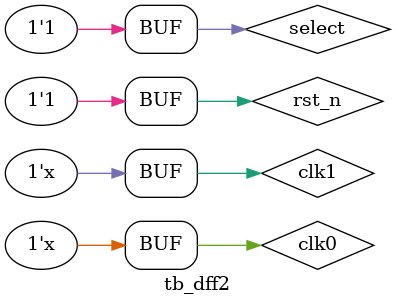
<source format=v>
module tb_dff2;


reg clk0, clk1, rst_n, select;


wire out00, out01, outclk;


initial begin
    clk0 = 0;
    clk1 = 0;
    rst_n = 0;
    select = 0;

    #2 rst_n = 1;

    #5 select = 0;
    #7 select = 1;
    #6 select = 0;
    #20 select = 1;
    
end    

always #1 clk1 = ~clk1;   

always #2 clk0 = ~clk0;   

dff2  aa(
    .clk1(clk1),
    .clk0(clk0),
    .rst_n(rst_n),

    .select(select),

    .out00(out00), 
    .out01(out01),
    .outclk(outclk)
);


endmodule

//
</source>
